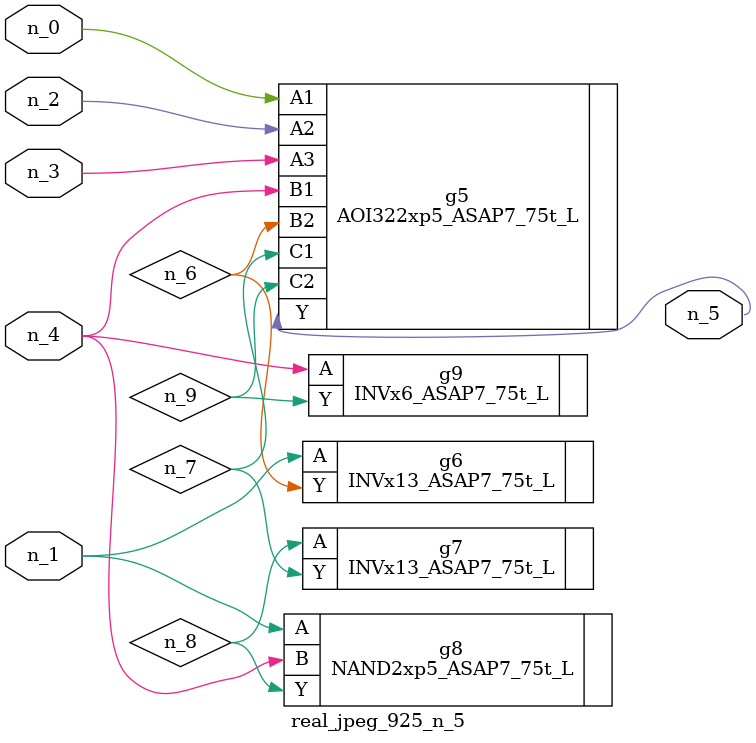
<source format=v>
module real_jpeg_925_n_5 (n_4, n_0, n_1, n_2, n_3, n_5);

input n_4;
input n_0;
input n_1;
input n_2;
input n_3;

output n_5;

wire n_8;
wire n_6;
wire n_7;
wire n_9;

AOI322xp5_ASAP7_75t_L g5 ( 
.A1(n_0),
.A2(n_2),
.A3(n_3),
.B1(n_4),
.B2(n_6),
.C1(n_7),
.C2(n_9),
.Y(n_5)
);

INVx13_ASAP7_75t_L g6 ( 
.A(n_1),
.Y(n_6)
);

NAND2xp5_ASAP7_75t_L g8 ( 
.A(n_1),
.B(n_4),
.Y(n_8)
);

INVx6_ASAP7_75t_L g9 ( 
.A(n_4),
.Y(n_9)
);

INVx13_ASAP7_75t_L g7 ( 
.A(n_8),
.Y(n_7)
);


endmodule
</source>
